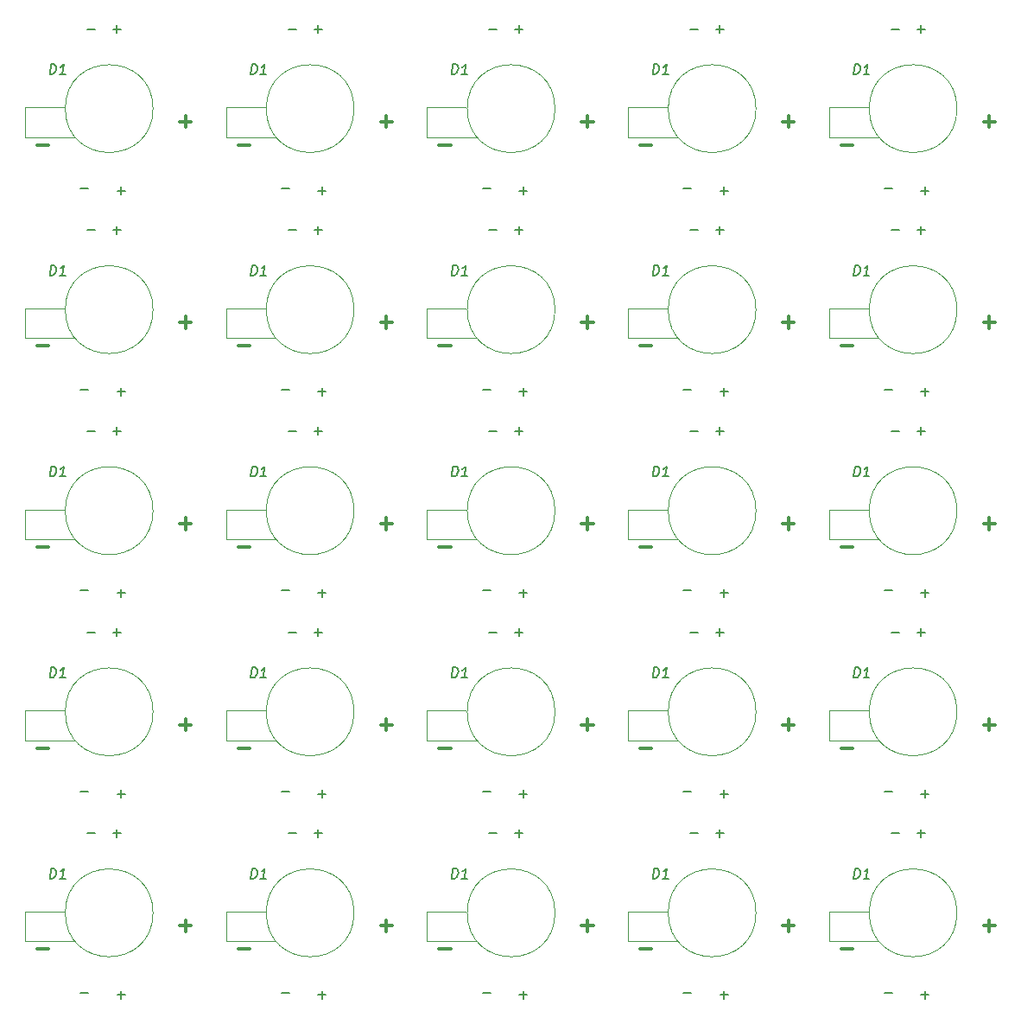
<source format=gbr>
%TF.GenerationSoftware,KiCad,Pcbnew,7.0.9-7.0.9~ubuntu22.04.1*%
%TF.CreationDate,2023-12-17T21:38:24+01:00*%
%TF.ProjectId,StarPCB_panelized,53746172-5043-4425-9f70-616e656c697a,rev?*%
%TF.SameCoordinates,Original*%
%TF.FileFunction,Legend,Top*%
%TF.FilePolarity,Positive*%
%FSLAX46Y46*%
G04 Gerber Fmt 4.6, Leading zero omitted, Abs format (unit mm)*
G04 Created by KiCad (PCBNEW 7.0.9-7.0.9~ubuntu22.04.1) date 2023-12-17 21:38:24*
%MOMM*%
%LPD*%
G01*
G04 APERTURE LIST*
%ADD10C,0.300000*%
%ADD11C,0.150000*%
%ADD12C,0.120000*%
G04 APERTURE END LIST*
D10*
X173446510Y-95891400D02*
X174589368Y-95891400D01*
X187416510Y-93605400D02*
X188559368Y-93605400D01*
X187987939Y-94176828D02*
X187987939Y-93033971D01*
X193146510Y-135291400D02*
X194289368Y-135291400D01*
X134046510Y-154991400D02*
X135189368Y-154991400D01*
X193146510Y-95891400D02*
X194289368Y-95891400D01*
X134046510Y-76191400D02*
X135189368Y-76191400D01*
X153746510Y-115591400D02*
X154889368Y-115591400D01*
X134046510Y-95891400D02*
X135189368Y-95891400D01*
X153746510Y-154991400D02*
X154889368Y-154991400D01*
X114346510Y-154991400D02*
X115489368Y-154991400D01*
X148016510Y-113305400D02*
X149159368Y-113305400D01*
X148587939Y-113876828D02*
X148587939Y-112733971D01*
X128316510Y-152705400D02*
X129459368Y-152705400D01*
X128887939Y-153276828D02*
X128887939Y-152133971D01*
X167716510Y-133005400D02*
X168859368Y-133005400D01*
X168287939Y-133576828D02*
X168287939Y-132433971D01*
X153746510Y-95891400D02*
X154889368Y-95891400D01*
X173446510Y-154991400D02*
X174589368Y-154991400D01*
X167716510Y-152705400D02*
X168859368Y-152705400D01*
X168287939Y-153276828D02*
X168287939Y-152133971D01*
X148016510Y-73905400D02*
X149159368Y-73905400D01*
X148587939Y-74476828D02*
X148587939Y-73333971D01*
X193146510Y-76191400D02*
X194289368Y-76191400D01*
X128316510Y-73905400D02*
X129459368Y-73905400D01*
X128887939Y-74476828D02*
X128887939Y-73333971D01*
X207116510Y-73905400D02*
X208259368Y-73905400D01*
X207687939Y-74476828D02*
X207687939Y-73333971D01*
X134046510Y-115591400D02*
X135189368Y-115591400D01*
X207116510Y-113305400D02*
X208259368Y-113305400D01*
X207687939Y-113876828D02*
X207687939Y-112733971D01*
X187416510Y-113305400D02*
X188559368Y-113305400D01*
X187987939Y-113876828D02*
X187987939Y-112733971D01*
X134046510Y-135291400D02*
X135189368Y-135291400D01*
X187416510Y-73905400D02*
X188559368Y-73905400D01*
X187987939Y-74476828D02*
X187987939Y-73333971D01*
X148016510Y-152705400D02*
X149159368Y-152705400D01*
X148587939Y-153276828D02*
X148587939Y-152133971D01*
X173446510Y-76191400D02*
X174589368Y-76191400D01*
X193146510Y-115591400D02*
X194289368Y-115591400D01*
X128316510Y-113305400D02*
X129459368Y-113305400D01*
X128887939Y-113876828D02*
X128887939Y-112733971D01*
X173446510Y-135291400D02*
X174589368Y-135291400D01*
X207116510Y-93605400D02*
X208259368Y-93605400D01*
X207687939Y-94176828D02*
X207687939Y-93033971D01*
X207116510Y-133005400D02*
X208259368Y-133005400D01*
X207687939Y-133576828D02*
X207687939Y-132433971D01*
X114346510Y-95891400D02*
X115489368Y-95891400D01*
X167716510Y-93605400D02*
X168859368Y-93605400D01*
X168287939Y-94176828D02*
X168287939Y-93033971D01*
X148016510Y-93605400D02*
X149159368Y-93605400D01*
X148587939Y-94176828D02*
X148587939Y-93033971D01*
X187416510Y-133005400D02*
X188559368Y-133005400D01*
X187987939Y-133576828D02*
X187987939Y-132433971D01*
X114346510Y-76191400D02*
X115489368Y-76191400D01*
X148016510Y-133005400D02*
X149159368Y-133005400D01*
X148587939Y-133576828D02*
X148587939Y-132433971D01*
X167716510Y-113305400D02*
X168859368Y-113305400D01*
X168287939Y-113876828D02*
X168287939Y-112733971D01*
X193146510Y-154991400D02*
X194289368Y-154991400D01*
X167716510Y-73905400D02*
X168859368Y-73905400D01*
X168287939Y-74476828D02*
X168287939Y-73333971D01*
X114346510Y-135291400D02*
X115489368Y-135291400D01*
X187416510Y-152705400D02*
X188559368Y-152705400D01*
X187987939Y-153276828D02*
X187987939Y-152133971D01*
X114346510Y-115591400D02*
X115489368Y-115591400D01*
X153746510Y-76191400D02*
X154889368Y-76191400D01*
X128316510Y-133005400D02*
X129459368Y-133005400D01*
X128887939Y-133576828D02*
X128887939Y-132433971D01*
X128316510Y-93605400D02*
X129459368Y-93605400D01*
X128887939Y-94176828D02*
X128887939Y-93033971D01*
X153746510Y-135291400D02*
X154889368Y-135291400D01*
X173446510Y-115591400D02*
X174589368Y-115591400D01*
X207116510Y-152705400D02*
X208259368Y-152705400D01*
X207687939Y-153276828D02*
X207687939Y-152133971D01*
D11*
X180893048Y-64843866D02*
X181654953Y-64843866D01*
X181274000Y-65224819D02*
X181274000Y-64462914D01*
X141904048Y-159488866D02*
X142665953Y-159488866D01*
X142285000Y-159869819D02*
X142285000Y-159107914D01*
X121793048Y-64843866D02*
X122554953Y-64843866D01*
X122174000Y-65224819D02*
X122174000Y-64462914D01*
X161604048Y-100388866D02*
X162365953Y-100388866D01*
X161985000Y-100769819D02*
X161985000Y-100007914D01*
X180893048Y-123943866D02*
X181654953Y-123943866D01*
X181274000Y-124324819D02*
X181274000Y-123562914D01*
X115587952Y-69288819D02*
X115712952Y-68288819D01*
X115712952Y-68288819D02*
X115951048Y-68288819D01*
X115951048Y-68288819D02*
X116087952Y-68336438D01*
X116087952Y-68336438D02*
X116171286Y-68431676D01*
X116171286Y-68431676D02*
X116207000Y-68526914D01*
X116207000Y-68526914D02*
X116230810Y-68717390D01*
X116230810Y-68717390D02*
X116212952Y-68860247D01*
X116212952Y-68860247D02*
X116141524Y-69050723D01*
X116141524Y-69050723D02*
X116082000Y-69145961D01*
X116082000Y-69145961D02*
X115974857Y-69241200D01*
X115974857Y-69241200D02*
X115826048Y-69288819D01*
X115826048Y-69288819D02*
X115587952Y-69288819D01*
X117111762Y-69288819D02*
X116540333Y-69288819D01*
X116826048Y-69288819D02*
X116951048Y-68288819D01*
X116951048Y-68288819D02*
X116837952Y-68431676D01*
X116837952Y-68431676D02*
X116730810Y-68526914D01*
X116730810Y-68526914D02*
X116629619Y-68574533D01*
X178353048Y-143643866D02*
X179114953Y-143643866D01*
X154987952Y-108688819D02*
X155112952Y-107688819D01*
X155112952Y-107688819D02*
X155351048Y-107688819D01*
X155351048Y-107688819D02*
X155487952Y-107736438D01*
X155487952Y-107736438D02*
X155571286Y-107831676D01*
X155571286Y-107831676D02*
X155607000Y-107926914D01*
X155607000Y-107926914D02*
X155630810Y-108117390D01*
X155630810Y-108117390D02*
X155612952Y-108260247D01*
X155612952Y-108260247D02*
X155541524Y-108450723D01*
X155541524Y-108450723D02*
X155482000Y-108545961D01*
X155482000Y-108545961D02*
X155374857Y-108641200D01*
X155374857Y-108641200D02*
X155226048Y-108688819D01*
X155226048Y-108688819D02*
X154987952Y-108688819D01*
X156511762Y-108688819D02*
X155940333Y-108688819D01*
X156226048Y-108688819D02*
X156351048Y-107688819D01*
X156351048Y-107688819D02*
X156237952Y-107831676D01*
X156237952Y-107831676D02*
X156130810Y-107926914D01*
X156130810Y-107926914D02*
X156029619Y-107974533D01*
X180893048Y-84543866D02*
X181654953Y-84543866D01*
X181274000Y-84924819D02*
X181274000Y-84162914D01*
X200593048Y-64843866D02*
X201354953Y-64843866D01*
X200974000Y-65224819D02*
X200974000Y-64462914D01*
X119253048Y-104243866D02*
X120014953Y-104243866D01*
X174687952Y-128388819D02*
X174812952Y-127388819D01*
X174812952Y-127388819D02*
X175051048Y-127388819D01*
X175051048Y-127388819D02*
X175187952Y-127436438D01*
X175187952Y-127436438D02*
X175271286Y-127531676D01*
X175271286Y-127531676D02*
X175307000Y-127626914D01*
X175307000Y-127626914D02*
X175330810Y-127817390D01*
X175330810Y-127817390D02*
X175312952Y-127960247D01*
X175312952Y-127960247D02*
X175241524Y-128150723D01*
X175241524Y-128150723D02*
X175182000Y-128245961D01*
X175182000Y-128245961D02*
X175074857Y-128341200D01*
X175074857Y-128341200D02*
X174926048Y-128388819D01*
X174926048Y-128388819D02*
X174687952Y-128388819D01*
X176211762Y-128388819D02*
X175640333Y-128388819D01*
X175926048Y-128388819D02*
X176051048Y-127388819D01*
X176051048Y-127388819D02*
X175937952Y-127531676D01*
X175937952Y-127531676D02*
X175830810Y-127626914D01*
X175830810Y-127626914D02*
X175729619Y-127674533D01*
X177720048Y-119862866D02*
X178481953Y-119862866D01*
X197420048Y-80462866D02*
X198181953Y-80462866D01*
X198053048Y-123943866D02*
X198814953Y-123943866D01*
X174687952Y-148088819D02*
X174812952Y-147088819D01*
X174812952Y-147088819D02*
X175051048Y-147088819D01*
X175051048Y-147088819D02*
X175187952Y-147136438D01*
X175187952Y-147136438D02*
X175271286Y-147231676D01*
X175271286Y-147231676D02*
X175307000Y-147326914D01*
X175307000Y-147326914D02*
X175330810Y-147517390D01*
X175330810Y-147517390D02*
X175312952Y-147660247D01*
X175312952Y-147660247D02*
X175241524Y-147850723D01*
X175241524Y-147850723D02*
X175182000Y-147945961D01*
X175182000Y-147945961D02*
X175074857Y-148041200D01*
X175074857Y-148041200D02*
X174926048Y-148088819D01*
X174926048Y-148088819D02*
X174687952Y-148088819D01*
X176211762Y-148088819D02*
X175640333Y-148088819D01*
X175926048Y-148088819D02*
X176051048Y-147088819D01*
X176051048Y-147088819D02*
X175937952Y-147231676D01*
X175937952Y-147231676D02*
X175830810Y-147326914D01*
X175830810Y-147326914D02*
X175729619Y-147374533D01*
X198053048Y-84543866D02*
X198814953Y-84543866D01*
X135287952Y-108688819D02*
X135412952Y-107688819D01*
X135412952Y-107688819D02*
X135651048Y-107688819D01*
X135651048Y-107688819D02*
X135787952Y-107736438D01*
X135787952Y-107736438D02*
X135871286Y-107831676D01*
X135871286Y-107831676D02*
X135907000Y-107926914D01*
X135907000Y-107926914D02*
X135930810Y-108117390D01*
X135930810Y-108117390D02*
X135912952Y-108260247D01*
X135912952Y-108260247D02*
X135841524Y-108450723D01*
X135841524Y-108450723D02*
X135782000Y-108545961D01*
X135782000Y-108545961D02*
X135674857Y-108641200D01*
X135674857Y-108641200D02*
X135526048Y-108688819D01*
X135526048Y-108688819D02*
X135287952Y-108688819D01*
X136811762Y-108688819D02*
X136240333Y-108688819D01*
X136526048Y-108688819D02*
X136651048Y-107688819D01*
X136651048Y-107688819D02*
X136537952Y-107831676D01*
X136537952Y-107831676D02*
X136430810Y-107926914D01*
X136430810Y-107926914D02*
X136329619Y-107974533D01*
X121793048Y-104243866D02*
X122554953Y-104243866D01*
X122174000Y-104624819D02*
X122174000Y-103862914D01*
X141493048Y-123943866D02*
X142254953Y-123943866D01*
X141874000Y-124324819D02*
X141874000Y-123562914D01*
X201004048Y-80688866D02*
X201765953Y-80688866D01*
X201385000Y-81069819D02*
X201385000Y-80307914D01*
X138953048Y-64843866D02*
X139714953Y-64843866D01*
X138320048Y-80462866D02*
X139081953Y-80462866D01*
X118620048Y-80462866D02*
X119381953Y-80462866D01*
X119253048Y-64843866D02*
X120014953Y-64843866D01*
X141904048Y-100388866D02*
X142665953Y-100388866D01*
X142285000Y-100769819D02*
X142285000Y-100007914D01*
X178353048Y-84543866D02*
X179114953Y-84543866D01*
X122204048Y-139788866D02*
X122965953Y-139788866D01*
X122585000Y-140169819D02*
X122585000Y-139407914D01*
X154987952Y-88988819D02*
X155112952Y-87988819D01*
X155112952Y-87988819D02*
X155351048Y-87988819D01*
X155351048Y-87988819D02*
X155487952Y-88036438D01*
X155487952Y-88036438D02*
X155571286Y-88131676D01*
X155571286Y-88131676D02*
X155607000Y-88226914D01*
X155607000Y-88226914D02*
X155630810Y-88417390D01*
X155630810Y-88417390D02*
X155612952Y-88560247D01*
X155612952Y-88560247D02*
X155541524Y-88750723D01*
X155541524Y-88750723D02*
X155482000Y-88845961D01*
X155482000Y-88845961D02*
X155374857Y-88941200D01*
X155374857Y-88941200D02*
X155226048Y-88988819D01*
X155226048Y-88988819D02*
X154987952Y-88988819D01*
X156511762Y-88988819D02*
X155940333Y-88988819D01*
X156226048Y-88988819D02*
X156351048Y-87988819D01*
X156351048Y-87988819D02*
X156237952Y-88131676D01*
X156237952Y-88131676D02*
X156130810Y-88226914D01*
X156130810Y-88226914D02*
X156029619Y-88274533D01*
X198053048Y-64843866D02*
X198814953Y-64843866D01*
X158020048Y-119862866D02*
X158781953Y-119862866D01*
X119253048Y-123943866D02*
X120014953Y-123943866D01*
X200593048Y-123943866D02*
X201354953Y-123943866D01*
X200974000Y-124324819D02*
X200974000Y-123562914D01*
X122204048Y-159488866D02*
X122965953Y-159488866D01*
X122585000Y-159869819D02*
X122585000Y-159107914D01*
X181304048Y-100388866D02*
X182065953Y-100388866D01*
X181685000Y-100769819D02*
X181685000Y-100007914D01*
X200593048Y-104243866D02*
X201354953Y-104243866D01*
X200974000Y-104624819D02*
X200974000Y-103862914D01*
X177720048Y-100162866D02*
X178481953Y-100162866D01*
X197420048Y-159262866D02*
X198181953Y-159262866D01*
X138320048Y-159262866D02*
X139081953Y-159262866D01*
X118620048Y-119862866D02*
X119381953Y-119862866D01*
X138953048Y-143643866D02*
X139714953Y-143643866D01*
X119253048Y-143643866D02*
X120014953Y-143643866D01*
X161604048Y-139788866D02*
X162365953Y-139788866D01*
X161985000Y-140169819D02*
X161985000Y-139407914D01*
X177720048Y-139562866D02*
X178481953Y-139562866D01*
X194387952Y-148088819D02*
X194512952Y-147088819D01*
X194512952Y-147088819D02*
X194751048Y-147088819D01*
X194751048Y-147088819D02*
X194887952Y-147136438D01*
X194887952Y-147136438D02*
X194971286Y-147231676D01*
X194971286Y-147231676D02*
X195007000Y-147326914D01*
X195007000Y-147326914D02*
X195030810Y-147517390D01*
X195030810Y-147517390D02*
X195012952Y-147660247D01*
X195012952Y-147660247D02*
X194941524Y-147850723D01*
X194941524Y-147850723D02*
X194882000Y-147945961D01*
X194882000Y-147945961D02*
X194774857Y-148041200D01*
X194774857Y-148041200D02*
X194626048Y-148088819D01*
X194626048Y-148088819D02*
X194387952Y-148088819D01*
X195911762Y-148088819D02*
X195340333Y-148088819D01*
X195626048Y-148088819D02*
X195751048Y-147088819D01*
X195751048Y-147088819D02*
X195637952Y-147231676D01*
X195637952Y-147231676D02*
X195530810Y-147326914D01*
X195530810Y-147326914D02*
X195429619Y-147374533D01*
X181304048Y-159488866D02*
X182065953Y-159488866D01*
X181685000Y-159869819D02*
X181685000Y-159107914D01*
X201004048Y-100388866D02*
X201765953Y-100388866D01*
X201385000Y-100769819D02*
X201385000Y-100007914D01*
X121793048Y-143643866D02*
X122554953Y-143643866D01*
X122174000Y-144024819D02*
X122174000Y-143262914D01*
X135287952Y-128388819D02*
X135412952Y-127388819D01*
X135412952Y-127388819D02*
X135651048Y-127388819D01*
X135651048Y-127388819D02*
X135787952Y-127436438D01*
X135787952Y-127436438D02*
X135871286Y-127531676D01*
X135871286Y-127531676D02*
X135907000Y-127626914D01*
X135907000Y-127626914D02*
X135930810Y-127817390D01*
X135930810Y-127817390D02*
X135912952Y-127960247D01*
X135912952Y-127960247D02*
X135841524Y-128150723D01*
X135841524Y-128150723D02*
X135782000Y-128245961D01*
X135782000Y-128245961D02*
X135674857Y-128341200D01*
X135674857Y-128341200D02*
X135526048Y-128388819D01*
X135526048Y-128388819D02*
X135287952Y-128388819D01*
X136811762Y-128388819D02*
X136240333Y-128388819D01*
X136526048Y-128388819D02*
X136651048Y-127388819D01*
X136651048Y-127388819D02*
X136537952Y-127531676D01*
X136537952Y-127531676D02*
X136430810Y-127626914D01*
X136430810Y-127626914D02*
X136329619Y-127674533D01*
X181304048Y-80688866D02*
X182065953Y-80688866D01*
X181685000Y-81069819D02*
X181685000Y-80307914D01*
X161193048Y-64843866D02*
X161954953Y-64843866D01*
X161574000Y-65224819D02*
X161574000Y-64462914D01*
X141493048Y-143643866D02*
X142254953Y-143643866D01*
X141874000Y-144024819D02*
X141874000Y-143262914D01*
X138320048Y-100162866D02*
X139081953Y-100162866D01*
X122204048Y-120088866D02*
X122965953Y-120088866D01*
X122585000Y-120469819D02*
X122585000Y-119707914D01*
X158653048Y-84543866D02*
X159414953Y-84543866D01*
X200593048Y-143643866D02*
X201354953Y-143643866D01*
X200974000Y-144024819D02*
X200974000Y-143262914D01*
X141493048Y-104243866D02*
X142254953Y-104243866D01*
X141874000Y-104624819D02*
X141874000Y-103862914D01*
X201004048Y-120088866D02*
X201765953Y-120088866D01*
X201385000Y-120469819D02*
X201385000Y-119707914D01*
X154987952Y-128388819D02*
X155112952Y-127388819D01*
X155112952Y-127388819D02*
X155351048Y-127388819D01*
X155351048Y-127388819D02*
X155487952Y-127436438D01*
X155487952Y-127436438D02*
X155571286Y-127531676D01*
X155571286Y-127531676D02*
X155607000Y-127626914D01*
X155607000Y-127626914D02*
X155630810Y-127817390D01*
X155630810Y-127817390D02*
X155612952Y-127960247D01*
X155612952Y-127960247D02*
X155541524Y-128150723D01*
X155541524Y-128150723D02*
X155482000Y-128245961D01*
X155482000Y-128245961D02*
X155374857Y-128341200D01*
X155374857Y-128341200D02*
X155226048Y-128388819D01*
X155226048Y-128388819D02*
X154987952Y-128388819D01*
X156511762Y-128388819D02*
X155940333Y-128388819D01*
X156226048Y-128388819D02*
X156351048Y-127388819D01*
X156351048Y-127388819D02*
X156237952Y-127531676D01*
X156237952Y-127531676D02*
X156130810Y-127626914D01*
X156130810Y-127626914D02*
X156029619Y-127674533D01*
X158653048Y-64843866D02*
X159414953Y-64843866D01*
X121793048Y-123943866D02*
X122554953Y-123943866D01*
X122174000Y-124324819D02*
X122174000Y-123562914D01*
X180893048Y-143643866D02*
X181654953Y-143643866D01*
X181274000Y-144024819D02*
X181274000Y-143262914D01*
X118620048Y-100162866D02*
X119381953Y-100162866D01*
X201004048Y-159488866D02*
X201765953Y-159488866D01*
X201385000Y-159869819D02*
X201385000Y-159107914D01*
X138953048Y-84543866D02*
X139714953Y-84543866D01*
X197420048Y-139562866D02*
X198181953Y-139562866D01*
X181304048Y-139788866D02*
X182065953Y-139788866D01*
X181685000Y-140169819D02*
X181685000Y-139407914D01*
X180893048Y-104243866D02*
X181654953Y-104243866D01*
X181274000Y-104624819D02*
X181274000Y-103862914D01*
X141493048Y-64843866D02*
X142254953Y-64843866D01*
X141874000Y-65224819D02*
X141874000Y-64462914D01*
X178353048Y-123943866D02*
X179114953Y-123943866D01*
X194387952Y-108688819D02*
X194512952Y-107688819D01*
X194512952Y-107688819D02*
X194751048Y-107688819D01*
X194751048Y-107688819D02*
X194887952Y-107736438D01*
X194887952Y-107736438D02*
X194971286Y-107831676D01*
X194971286Y-107831676D02*
X195007000Y-107926914D01*
X195007000Y-107926914D02*
X195030810Y-108117390D01*
X195030810Y-108117390D02*
X195012952Y-108260247D01*
X195012952Y-108260247D02*
X194941524Y-108450723D01*
X194941524Y-108450723D02*
X194882000Y-108545961D01*
X194882000Y-108545961D02*
X194774857Y-108641200D01*
X194774857Y-108641200D02*
X194626048Y-108688819D01*
X194626048Y-108688819D02*
X194387952Y-108688819D01*
X195911762Y-108688819D02*
X195340333Y-108688819D01*
X195626048Y-108688819D02*
X195751048Y-107688819D01*
X195751048Y-107688819D02*
X195637952Y-107831676D01*
X195637952Y-107831676D02*
X195530810Y-107926914D01*
X195530810Y-107926914D02*
X195429619Y-107974533D01*
X178353048Y-64843866D02*
X179114953Y-64843866D01*
X177720048Y-159262866D02*
X178481953Y-159262866D01*
X122204048Y-100388866D02*
X122965953Y-100388866D01*
X122585000Y-100769819D02*
X122585000Y-100007914D01*
X198053048Y-143643866D02*
X198814953Y-143643866D01*
X161193048Y-104243866D02*
X161954953Y-104243866D01*
X161574000Y-104624819D02*
X161574000Y-103862914D01*
X194387952Y-88988819D02*
X194512952Y-87988819D01*
X194512952Y-87988819D02*
X194751048Y-87988819D01*
X194751048Y-87988819D02*
X194887952Y-88036438D01*
X194887952Y-88036438D02*
X194971286Y-88131676D01*
X194971286Y-88131676D02*
X195007000Y-88226914D01*
X195007000Y-88226914D02*
X195030810Y-88417390D01*
X195030810Y-88417390D02*
X195012952Y-88560247D01*
X195012952Y-88560247D02*
X194941524Y-88750723D01*
X194941524Y-88750723D02*
X194882000Y-88845961D01*
X194882000Y-88845961D02*
X194774857Y-88941200D01*
X194774857Y-88941200D02*
X194626048Y-88988819D01*
X194626048Y-88988819D02*
X194387952Y-88988819D01*
X195911762Y-88988819D02*
X195340333Y-88988819D01*
X195626048Y-88988819D02*
X195751048Y-87988819D01*
X195751048Y-87988819D02*
X195637952Y-88131676D01*
X195637952Y-88131676D02*
X195530810Y-88226914D01*
X195530810Y-88226914D02*
X195429619Y-88274533D01*
X158653048Y-104243866D02*
X159414953Y-104243866D01*
X161604048Y-159488866D02*
X162365953Y-159488866D01*
X161985000Y-159869819D02*
X161985000Y-159107914D01*
X197420048Y-100162866D02*
X198181953Y-100162866D01*
X174687952Y-108688819D02*
X174812952Y-107688819D01*
X174812952Y-107688819D02*
X175051048Y-107688819D01*
X175051048Y-107688819D02*
X175187952Y-107736438D01*
X175187952Y-107736438D02*
X175271286Y-107831676D01*
X175271286Y-107831676D02*
X175307000Y-107926914D01*
X175307000Y-107926914D02*
X175330810Y-108117390D01*
X175330810Y-108117390D02*
X175312952Y-108260247D01*
X175312952Y-108260247D02*
X175241524Y-108450723D01*
X175241524Y-108450723D02*
X175182000Y-108545961D01*
X175182000Y-108545961D02*
X175074857Y-108641200D01*
X175074857Y-108641200D02*
X174926048Y-108688819D01*
X174926048Y-108688819D02*
X174687952Y-108688819D01*
X176211762Y-108688819D02*
X175640333Y-108688819D01*
X175926048Y-108688819D02*
X176051048Y-107688819D01*
X176051048Y-107688819D02*
X175937952Y-107831676D01*
X175937952Y-107831676D02*
X175830810Y-107926914D01*
X175830810Y-107926914D02*
X175729619Y-107974533D01*
X138320048Y-139562866D02*
X139081953Y-139562866D01*
X121793048Y-84543866D02*
X122554953Y-84543866D01*
X122174000Y-84924819D02*
X122174000Y-84162914D01*
X161193048Y-123943866D02*
X161954953Y-123943866D01*
X161574000Y-124324819D02*
X161574000Y-123562914D01*
X200593048Y-84543866D02*
X201354953Y-84543866D01*
X200974000Y-84924819D02*
X200974000Y-84162914D01*
X161193048Y-143643866D02*
X161954953Y-143643866D01*
X161574000Y-144024819D02*
X161574000Y-143262914D01*
X174687952Y-69288819D02*
X174812952Y-68288819D01*
X174812952Y-68288819D02*
X175051048Y-68288819D01*
X175051048Y-68288819D02*
X175187952Y-68336438D01*
X175187952Y-68336438D02*
X175271286Y-68431676D01*
X175271286Y-68431676D02*
X175307000Y-68526914D01*
X175307000Y-68526914D02*
X175330810Y-68717390D01*
X175330810Y-68717390D02*
X175312952Y-68860247D01*
X175312952Y-68860247D02*
X175241524Y-69050723D01*
X175241524Y-69050723D02*
X175182000Y-69145961D01*
X175182000Y-69145961D02*
X175074857Y-69241200D01*
X175074857Y-69241200D02*
X174926048Y-69288819D01*
X174926048Y-69288819D02*
X174687952Y-69288819D01*
X176211762Y-69288819D02*
X175640333Y-69288819D01*
X175926048Y-69288819D02*
X176051048Y-68288819D01*
X176051048Y-68288819D02*
X175937952Y-68431676D01*
X175937952Y-68431676D02*
X175830810Y-68526914D01*
X175830810Y-68526914D02*
X175729619Y-68574533D01*
X194387952Y-69288819D02*
X194512952Y-68288819D01*
X194512952Y-68288819D02*
X194751048Y-68288819D01*
X194751048Y-68288819D02*
X194887952Y-68336438D01*
X194887952Y-68336438D02*
X194971286Y-68431676D01*
X194971286Y-68431676D02*
X195007000Y-68526914D01*
X195007000Y-68526914D02*
X195030810Y-68717390D01*
X195030810Y-68717390D02*
X195012952Y-68860247D01*
X195012952Y-68860247D02*
X194941524Y-69050723D01*
X194941524Y-69050723D02*
X194882000Y-69145961D01*
X194882000Y-69145961D02*
X194774857Y-69241200D01*
X194774857Y-69241200D02*
X194626048Y-69288819D01*
X194626048Y-69288819D02*
X194387952Y-69288819D01*
X195911762Y-69288819D02*
X195340333Y-69288819D01*
X195626048Y-69288819D02*
X195751048Y-68288819D01*
X195751048Y-68288819D02*
X195637952Y-68431676D01*
X195637952Y-68431676D02*
X195530810Y-68526914D01*
X195530810Y-68526914D02*
X195429619Y-68574533D01*
X158653048Y-143643866D02*
X159414953Y-143643866D01*
X141904048Y-120088866D02*
X142665953Y-120088866D01*
X142285000Y-120469819D02*
X142285000Y-119707914D01*
X135287952Y-148088819D02*
X135412952Y-147088819D01*
X135412952Y-147088819D02*
X135651048Y-147088819D01*
X135651048Y-147088819D02*
X135787952Y-147136438D01*
X135787952Y-147136438D02*
X135871286Y-147231676D01*
X135871286Y-147231676D02*
X135907000Y-147326914D01*
X135907000Y-147326914D02*
X135930810Y-147517390D01*
X135930810Y-147517390D02*
X135912952Y-147660247D01*
X135912952Y-147660247D02*
X135841524Y-147850723D01*
X135841524Y-147850723D02*
X135782000Y-147945961D01*
X135782000Y-147945961D02*
X135674857Y-148041200D01*
X135674857Y-148041200D02*
X135526048Y-148088819D01*
X135526048Y-148088819D02*
X135287952Y-148088819D01*
X136811762Y-148088819D02*
X136240333Y-148088819D01*
X136526048Y-148088819D02*
X136651048Y-147088819D01*
X136651048Y-147088819D02*
X136537952Y-147231676D01*
X136537952Y-147231676D02*
X136430810Y-147326914D01*
X136430810Y-147326914D02*
X136329619Y-147374533D01*
X158020048Y-100162866D02*
X158781953Y-100162866D01*
X154987952Y-148088819D02*
X155112952Y-147088819D01*
X155112952Y-147088819D02*
X155351048Y-147088819D01*
X155351048Y-147088819D02*
X155487952Y-147136438D01*
X155487952Y-147136438D02*
X155571286Y-147231676D01*
X155571286Y-147231676D02*
X155607000Y-147326914D01*
X155607000Y-147326914D02*
X155630810Y-147517390D01*
X155630810Y-147517390D02*
X155612952Y-147660247D01*
X155612952Y-147660247D02*
X155541524Y-147850723D01*
X155541524Y-147850723D02*
X155482000Y-147945961D01*
X155482000Y-147945961D02*
X155374857Y-148041200D01*
X155374857Y-148041200D02*
X155226048Y-148088819D01*
X155226048Y-148088819D02*
X154987952Y-148088819D01*
X156511762Y-148088819D02*
X155940333Y-148088819D01*
X156226048Y-148088819D02*
X156351048Y-147088819D01*
X156351048Y-147088819D02*
X156237952Y-147231676D01*
X156237952Y-147231676D02*
X156130810Y-147326914D01*
X156130810Y-147326914D02*
X156029619Y-147374533D01*
X115587952Y-128388819D02*
X115712952Y-127388819D01*
X115712952Y-127388819D02*
X115951048Y-127388819D01*
X115951048Y-127388819D02*
X116087952Y-127436438D01*
X116087952Y-127436438D02*
X116171286Y-127531676D01*
X116171286Y-127531676D02*
X116207000Y-127626914D01*
X116207000Y-127626914D02*
X116230810Y-127817390D01*
X116230810Y-127817390D02*
X116212952Y-127960247D01*
X116212952Y-127960247D02*
X116141524Y-128150723D01*
X116141524Y-128150723D02*
X116082000Y-128245961D01*
X116082000Y-128245961D02*
X115974857Y-128341200D01*
X115974857Y-128341200D02*
X115826048Y-128388819D01*
X115826048Y-128388819D02*
X115587952Y-128388819D01*
X117111762Y-128388819D02*
X116540333Y-128388819D01*
X116826048Y-128388819D02*
X116951048Y-127388819D01*
X116951048Y-127388819D02*
X116837952Y-127531676D01*
X116837952Y-127531676D02*
X116730810Y-127626914D01*
X116730810Y-127626914D02*
X116629619Y-127674533D01*
X181304048Y-120088866D02*
X182065953Y-120088866D01*
X181685000Y-120469819D02*
X181685000Y-119707914D01*
X138953048Y-123943866D02*
X139714953Y-123943866D01*
X118620048Y-159262866D02*
X119381953Y-159262866D01*
X115587952Y-88988819D02*
X115712952Y-87988819D01*
X115712952Y-87988819D02*
X115951048Y-87988819D01*
X115951048Y-87988819D02*
X116087952Y-88036438D01*
X116087952Y-88036438D02*
X116171286Y-88131676D01*
X116171286Y-88131676D02*
X116207000Y-88226914D01*
X116207000Y-88226914D02*
X116230810Y-88417390D01*
X116230810Y-88417390D02*
X116212952Y-88560247D01*
X116212952Y-88560247D02*
X116141524Y-88750723D01*
X116141524Y-88750723D02*
X116082000Y-88845961D01*
X116082000Y-88845961D02*
X115974857Y-88941200D01*
X115974857Y-88941200D02*
X115826048Y-88988819D01*
X115826048Y-88988819D02*
X115587952Y-88988819D01*
X117111762Y-88988819D02*
X116540333Y-88988819D01*
X116826048Y-88988819D02*
X116951048Y-87988819D01*
X116951048Y-87988819D02*
X116837952Y-88131676D01*
X116837952Y-88131676D02*
X116730810Y-88226914D01*
X116730810Y-88226914D02*
X116629619Y-88274533D01*
X138953048Y-104243866D02*
X139714953Y-104243866D01*
X115587952Y-108688819D02*
X115712952Y-107688819D01*
X115712952Y-107688819D02*
X115951048Y-107688819D01*
X115951048Y-107688819D02*
X116087952Y-107736438D01*
X116087952Y-107736438D02*
X116171286Y-107831676D01*
X116171286Y-107831676D02*
X116207000Y-107926914D01*
X116207000Y-107926914D02*
X116230810Y-108117390D01*
X116230810Y-108117390D02*
X116212952Y-108260247D01*
X116212952Y-108260247D02*
X116141524Y-108450723D01*
X116141524Y-108450723D02*
X116082000Y-108545961D01*
X116082000Y-108545961D02*
X115974857Y-108641200D01*
X115974857Y-108641200D02*
X115826048Y-108688819D01*
X115826048Y-108688819D02*
X115587952Y-108688819D01*
X117111762Y-108688819D02*
X116540333Y-108688819D01*
X116826048Y-108688819D02*
X116951048Y-107688819D01*
X116951048Y-107688819D02*
X116837952Y-107831676D01*
X116837952Y-107831676D02*
X116730810Y-107926914D01*
X116730810Y-107926914D02*
X116629619Y-107974533D01*
X141904048Y-139788866D02*
X142665953Y-139788866D01*
X142285000Y-140169819D02*
X142285000Y-139407914D01*
X178353048Y-104243866D02*
X179114953Y-104243866D01*
X154987952Y-69288819D02*
X155112952Y-68288819D01*
X155112952Y-68288819D02*
X155351048Y-68288819D01*
X155351048Y-68288819D02*
X155487952Y-68336438D01*
X155487952Y-68336438D02*
X155571286Y-68431676D01*
X155571286Y-68431676D02*
X155607000Y-68526914D01*
X155607000Y-68526914D02*
X155630810Y-68717390D01*
X155630810Y-68717390D02*
X155612952Y-68860247D01*
X155612952Y-68860247D02*
X155541524Y-69050723D01*
X155541524Y-69050723D02*
X155482000Y-69145961D01*
X155482000Y-69145961D02*
X155374857Y-69241200D01*
X155374857Y-69241200D02*
X155226048Y-69288819D01*
X155226048Y-69288819D02*
X154987952Y-69288819D01*
X156511762Y-69288819D02*
X155940333Y-69288819D01*
X156226048Y-69288819D02*
X156351048Y-68288819D01*
X156351048Y-68288819D02*
X156237952Y-68431676D01*
X156237952Y-68431676D02*
X156130810Y-68526914D01*
X156130810Y-68526914D02*
X156029619Y-68574533D01*
X135287952Y-69288819D02*
X135412952Y-68288819D01*
X135412952Y-68288819D02*
X135651048Y-68288819D01*
X135651048Y-68288819D02*
X135787952Y-68336438D01*
X135787952Y-68336438D02*
X135871286Y-68431676D01*
X135871286Y-68431676D02*
X135907000Y-68526914D01*
X135907000Y-68526914D02*
X135930810Y-68717390D01*
X135930810Y-68717390D02*
X135912952Y-68860247D01*
X135912952Y-68860247D02*
X135841524Y-69050723D01*
X135841524Y-69050723D02*
X135782000Y-69145961D01*
X135782000Y-69145961D02*
X135674857Y-69241200D01*
X135674857Y-69241200D02*
X135526048Y-69288819D01*
X135526048Y-69288819D02*
X135287952Y-69288819D01*
X136811762Y-69288819D02*
X136240333Y-69288819D01*
X136526048Y-69288819D02*
X136651048Y-68288819D01*
X136651048Y-68288819D02*
X136537952Y-68431676D01*
X136537952Y-68431676D02*
X136430810Y-68526914D01*
X136430810Y-68526914D02*
X136329619Y-68574533D01*
X118620048Y-139562866D02*
X119381953Y-139562866D01*
X158020048Y-80462866D02*
X158781953Y-80462866D01*
X158653048Y-123943866D02*
X159414953Y-123943866D01*
X135287952Y-88988819D02*
X135412952Y-87988819D01*
X135412952Y-87988819D02*
X135651048Y-87988819D01*
X135651048Y-87988819D02*
X135787952Y-88036438D01*
X135787952Y-88036438D02*
X135871286Y-88131676D01*
X135871286Y-88131676D02*
X135907000Y-88226914D01*
X135907000Y-88226914D02*
X135930810Y-88417390D01*
X135930810Y-88417390D02*
X135912952Y-88560247D01*
X135912952Y-88560247D02*
X135841524Y-88750723D01*
X135841524Y-88750723D02*
X135782000Y-88845961D01*
X135782000Y-88845961D02*
X135674857Y-88941200D01*
X135674857Y-88941200D02*
X135526048Y-88988819D01*
X135526048Y-88988819D02*
X135287952Y-88988819D01*
X136811762Y-88988819D02*
X136240333Y-88988819D01*
X136526048Y-88988819D02*
X136651048Y-87988819D01*
X136651048Y-87988819D02*
X136537952Y-88131676D01*
X136537952Y-88131676D02*
X136430810Y-88226914D01*
X136430810Y-88226914D02*
X136329619Y-88274533D01*
X177720048Y-80462866D02*
X178481953Y-80462866D01*
X161604048Y-120088866D02*
X162365953Y-120088866D01*
X161985000Y-120469819D02*
X161985000Y-119707914D01*
X197420048Y-119862866D02*
X198181953Y-119862866D01*
X161604048Y-80688866D02*
X162365953Y-80688866D01*
X161985000Y-81069819D02*
X161985000Y-80307914D01*
X161193048Y-84543866D02*
X161954953Y-84543866D01*
X161574000Y-84924819D02*
X161574000Y-84162914D01*
X138320048Y-119862866D02*
X139081953Y-119862866D01*
X158020048Y-159262866D02*
X158781953Y-159262866D01*
X174687952Y-88988819D02*
X174812952Y-87988819D01*
X174812952Y-87988819D02*
X175051048Y-87988819D01*
X175051048Y-87988819D02*
X175187952Y-88036438D01*
X175187952Y-88036438D02*
X175271286Y-88131676D01*
X175271286Y-88131676D02*
X175307000Y-88226914D01*
X175307000Y-88226914D02*
X175330810Y-88417390D01*
X175330810Y-88417390D02*
X175312952Y-88560247D01*
X175312952Y-88560247D02*
X175241524Y-88750723D01*
X175241524Y-88750723D02*
X175182000Y-88845961D01*
X175182000Y-88845961D02*
X175074857Y-88941200D01*
X175074857Y-88941200D02*
X174926048Y-88988819D01*
X174926048Y-88988819D02*
X174687952Y-88988819D01*
X176211762Y-88988819D02*
X175640333Y-88988819D01*
X175926048Y-88988819D02*
X176051048Y-87988819D01*
X176051048Y-87988819D02*
X175937952Y-88131676D01*
X175937952Y-88131676D02*
X175830810Y-88226914D01*
X175830810Y-88226914D02*
X175729619Y-88274533D01*
X201004048Y-139788866D02*
X201765953Y-139788866D01*
X201385000Y-140169819D02*
X201385000Y-139407914D01*
X122204048Y-80688866D02*
X122965953Y-80688866D01*
X122585000Y-81069819D02*
X122585000Y-80307914D01*
X119253048Y-84543866D02*
X120014953Y-84543866D01*
X194387952Y-128388819D02*
X194512952Y-127388819D01*
X194512952Y-127388819D02*
X194751048Y-127388819D01*
X194751048Y-127388819D02*
X194887952Y-127436438D01*
X194887952Y-127436438D02*
X194971286Y-127531676D01*
X194971286Y-127531676D02*
X195007000Y-127626914D01*
X195007000Y-127626914D02*
X195030810Y-127817390D01*
X195030810Y-127817390D02*
X195012952Y-127960247D01*
X195012952Y-127960247D02*
X194941524Y-128150723D01*
X194941524Y-128150723D02*
X194882000Y-128245961D01*
X194882000Y-128245961D02*
X194774857Y-128341200D01*
X194774857Y-128341200D02*
X194626048Y-128388819D01*
X194626048Y-128388819D02*
X194387952Y-128388819D01*
X195911762Y-128388819D02*
X195340333Y-128388819D01*
X195626048Y-128388819D02*
X195751048Y-127388819D01*
X195751048Y-127388819D02*
X195637952Y-127531676D01*
X195637952Y-127531676D02*
X195530810Y-127626914D01*
X195530810Y-127626914D02*
X195429619Y-127674533D01*
X115587952Y-148088819D02*
X115712952Y-147088819D01*
X115712952Y-147088819D02*
X115951048Y-147088819D01*
X115951048Y-147088819D02*
X116087952Y-147136438D01*
X116087952Y-147136438D02*
X116171286Y-147231676D01*
X116171286Y-147231676D02*
X116207000Y-147326914D01*
X116207000Y-147326914D02*
X116230810Y-147517390D01*
X116230810Y-147517390D02*
X116212952Y-147660247D01*
X116212952Y-147660247D02*
X116141524Y-147850723D01*
X116141524Y-147850723D02*
X116082000Y-147945961D01*
X116082000Y-147945961D02*
X115974857Y-148041200D01*
X115974857Y-148041200D02*
X115826048Y-148088819D01*
X115826048Y-148088819D02*
X115587952Y-148088819D01*
X117111762Y-148088819D02*
X116540333Y-148088819D01*
X116826048Y-148088819D02*
X116951048Y-147088819D01*
X116951048Y-147088819D02*
X116837952Y-147231676D01*
X116837952Y-147231676D02*
X116730810Y-147326914D01*
X116730810Y-147326914D02*
X116629619Y-147374533D01*
X141904048Y-80688866D02*
X142665953Y-80688866D01*
X142285000Y-81069819D02*
X142285000Y-80307914D01*
X141493048Y-84543866D02*
X142254953Y-84543866D01*
X141874000Y-84924819D02*
X141874000Y-84162914D01*
X158020048Y-139562866D02*
X158781953Y-139562866D01*
X198053048Y-104243866D02*
X198814953Y-104243866D01*
D12*
%TO.C,D1*%
X113157000Y-72517000D02*
X113157000Y-75438000D01*
X113157000Y-75438000D02*
X117983000Y-75438000D01*
X116967000Y-72517000D02*
X113157000Y-72517000D01*
X125712000Y-72644000D02*
G75*
G03*
X125712000Y-72644000I-4300000J0D01*
G01*
X152557000Y-111917000D02*
X152557000Y-114838000D01*
X152557000Y-114838000D02*
X157383000Y-114838000D01*
X156367000Y-111917000D02*
X152557000Y-111917000D01*
X165112000Y-112044000D02*
G75*
G03*
X165112000Y-112044000I-4300000J0D01*
G01*
X172257000Y-131617000D02*
X172257000Y-134538000D01*
X172257000Y-134538000D02*
X177083000Y-134538000D01*
X176067000Y-131617000D02*
X172257000Y-131617000D01*
X184812000Y-131744000D02*
G75*
G03*
X184812000Y-131744000I-4300000J0D01*
G01*
X172257000Y-151317000D02*
X172257000Y-154238000D01*
X172257000Y-154238000D02*
X177083000Y-154238000D01*
X176067000Y-151317000D02*
X172257000Y-151317000D01*
X184812000Y-151444000D02*
G75*
G03*
X184812000Y-151444000I-4300000J0D01*
G01*
X132857000Y-111917000D02*
X132857000Y-114838000D01*
X132857000Y-114838000D02*
X137683000Y-114838000D01*
X136667000Y-111917000D02*
X132857000Y-111917000D01*
X145412000Y-112044000D02*
G75*
G03*
X145412000Y-112044000I-4300000J0D01*
G01*
X152557000Y-92217000D02*
X152557000Y-95138000D01*
X152557000Y-95138000D02*
X157383000Y-95138000D01*
X156367000Y-92217000D02*
X152557000Y-92217000D01*
X165112000Y-92344000D02*
G75*
G03*
X165112000Y-92344000I-4300000J0D01*
G01*
X191957000Y-151317000D02*
X191957000Y-154238000D01*
X191957000Y-154238000D02*
X196783000Y-154238000D01*
X195767000Y-151317000D02*
X191957000Y-151317000D01*
X204512000Y-151444000D02*
G75*
G03*
X204512000Y-151444000I-4300000J0D01*
G01*
X132857000Y-131617000D02*
X132857000Y-134538000D01*
X132857000Y-134538000D02*
X137683000Y-134538000D01*
X136667000Y-131617000D02*
X132857000Y-131617000D01*
X145412000Y-131744000D02*
G75*
G03*
X145412000Y-131744000I-4300000J0D01*
G01*
X152557000Y-131617000D02*
X152557000Y-134538000D01*
X152557000Y-134538000D02*
X157383000Y-134538000D01*
X156367000Y-131617000D02*
X152557000Y-131617000D01*
X165112000Y-131744000D02*
G75*
G03*
X165112000Y-131744000I-4300000J0D01*
G01*
X191957000Y-111917000D02*
X191957000Y-114838000D01*
X191957000Y-114838000D02*
X196783000Y-114838000D01*
X195767000Y-111917000D02*
X191957000Y-111917000D01*
X204512000Y-112044000D02*
G75*
G03*
X204512000Y-112044000I-4300000J0D01*
G01*
X191957000Y-92217000D02*
X191957000Y-95138000D01*
X191957000Y-95138000D02*
X196783000Y-95138000D01*
X195767000Y-92217000D02*
X191957000Y-92217000D01*
X204512000Y-92344000D02*
G75*
G03*
X204512000Y-92344000I-4300000J0D01*
G01*
X172257000Y-111917000D02*
X172257000Y-114838000D01*
X172257000Y-114838000D02*
X177083000Y-114838000D01*
X176067000Y-111917000D02*
X172257000Y-111917000D01*
X184812000Y-112044000D02*
G75*
G03*
X184812000Y-112044000I-4300000J0D01*
G01*
X172257000Y-72517000D02*
X172257000Y-75438000D01*
X172257000Y-75438000D02*
X177083000Y-75438000D01*
X176067000Y-72517000D02*
X172257000Y-72517000D01*
X184812000Y-72644000D02*
G75*
G03*
X184812000Y-72644000I-4300000J0D01*
G01*
X191957000Y-72517000D02*
X191957000Y-75438000D01*
X191957000Y-75438000D02*
X196783000Y-75438000D01*
X195767000Y-72517000D02*
X191957000Y-72517000D01*
X204512000Y-72644000D02*
G75*
G03*
X204512000Y-72644000I-4300000J0D01*
G01*
X132857000Y-151317000D02*
X132857000Y-154238000D01*
X132857000Y-154238000D02*
X137683000Y-154238000D01*
X136667000Y-151317000D02*
X132857000Y-151317000D01*
X145412000Y-151444000D02*
G75*
G03*
X145412000Y-151444000I-4300000J0D01*
G01*
X152557000Y-151317000D02*
X152557000Y-154238000D01*
X152557000Y-154238000D02*
X157383000Y-154238000D01*
X156367000Y-151317000D02*
X152557000Y-151317000D01*
X165112000Y-151444000D02*
G75*
G03*
X165112000Y-151444000I-4300000J0D01*
G01*
X113157000Y-131617000D02*
X113157000Y-134538000D01*
X113157000Y-134538000D02*
X117983000Y-134538000D01*
X116967000Y-131617000D02*
X113157000Y-131617000D01*
X125712000Y-131744000D02*
G75*
G03*
X125712000Y-131744000I-4300000J0D01*
G01*
X113157000Y-92217000D02*
X113157000Y-95138000D01*
X113157000Y-95138000D02*
X117983000Y-95138000D01*
X116967000Y-92217000D02*
X113157000Y-92217000D01*
X125712000Y-92344000D02*
G75*
G03*
X125712000Y-92344000I-4300000J0D01*
G01*
X113157000Y-111917000D02*
X113157000Y-114838000D01*
X113157000Y-114838000D02*
X117983000Y-114838000D01*
X116967000Y-111917000D02*
X113157000Y-111917000D01*
X125712000Y-112044000D02*
G75*
G03*
X125712000Y-112044000I-4300000J0D01*
G01*
X152557000Y-72517000D02*
X152557000Y-75438000D01*
X152557000Y-75438000D02*
X157383000Y-75438000D01*
X156367000Y-72517000D02*
X152557000Y-72517000D01*
X165112000Y-72644000D02*
G75*
G03*
X165112000Y-72644000I-4300000J0D01*
G01*
X132857000Y-72517000D02*
X132857000Y-75438000D01*
X132857000Y-75438000D02*
X137683000Y-75438000D01*
X136667000Y-72517000D02*
X132857000Y-72517000D01*
X145412000Y-72644000D02*
G75*
G03*
X145412000Y-72644000I-4300000J0D01*
G01*
X132857000Y-92217000D02*
X132857000Y-95138000D01*
X132857000Y-95138000D02*
X137683000Y-95138000D01*
X136667000Y-92217000D02*
X132857000Y-92217000D01*
X145412000Y-92344000D02*
G75*
G03*
X145412000Y-92344000I-4300000J0D01*
G01*
X172257000Y-92217000D02*
X172257000Y-95138000D01*
X172257000Y-95138000D02*
X177083000Y-95138000D01*
X176067000Y-92217000D02*
X172257000Y-92217000D01*
X184812000Y-92344000D02*
G75*
G03*
X184812000Y-92344000I-4300000J0D01*
G01*
X191957000Y-131617000D02*
X191957000Y-134538000D01*
X191957000Y-134538000D02*
X196783000Y-134538000D01*
X195767000Y-131617000D02*
X191957000Y-131617000D01*
X204512000Y-131744000D02*
G75*
G03*
X204512000Y-131744000I-4300000J0D01*
G01*
X113157000Y-151317000D02*
X113157000Y-154238000D01*
X113157000Y-154238000D02*
X117983000Y-154238000D01*
X116967000Y-151317000D02*
X113157000Y-151317000D01*
X125712000Y-151444000D02*
G75*
G03*
X125712000Y-151444000I-4300000J0D01*
G01*
%TD*%
M02*

</source>
